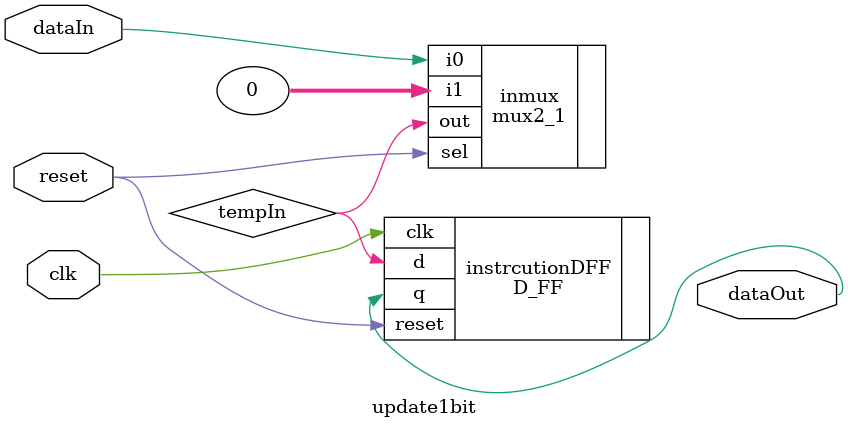
<source format=sv>
module update1bit(dataIn, dataOut, clk, reset);
	input logic dataIn;
	output logic dataOut;
	input logic clk, reset;
	
	
	logic tempIn;
	// update 1 bit input
	mux2_1 inmux (.out(tempIn), .i0(dataIn), .i1(0), .sel(reset));
	D_FF instrcutionDFF (.q(dataOut), .d(tempIn), .reset(reset), .clk(clk));
endmodule 
</source>
